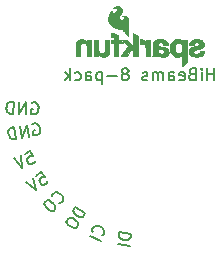
<source format=gbr>
G04 #@! TF.GenerationSoftware,KiCad,Pcbnew,no-vcs-found-5013ea2~58~ubuntu16.04.1*
G04 #@! TF.CreationDate,2017-05-17T13:22:10-06:00*
G04 #@! TF.ProjectId,HiBeam_8-pack_v02,48694265616D5F382D7061636B5F7630,rev?*
G04 #@! TF.FileFunction,Legend,Bot*
G04 #@! TF.FilePolarity,Positive*
%FSLAX46Y46*%
G04 Gerber Fmt 4.6, Leading zero omitted, Abs format (unit mm)*
G04 Created by KiCad (PCBNEW no-vcs-found-5013ea2~58~ubuntu16.04.1) date Wed May 17 13:22:10 2017*
%MOMM*%
%LPD*%
G01*
G04 APERTURE LIST*
%ADD10C,0.100000*%
%ADD11C,0.203200*%
%ADD12C,0.010000*%
G04 APERTURE END LIST*
D10*
D11*
X136953208Y-101265637D02*
X137401788Y-101084399D01*
X137627884Y-101514855D01*
X137564902Y-101488121D01*
X137457063Y-101479510D01*
X137232772Y-101570130D01*
X137161180Y-101651235D01*
X137134446Y-101714217D01*
X137125836Y-101822057D01*
X137216455Y-102046347D01*
X137297560Y-102117939D01*
X137360542Y-102144674D01*
X137468382Y-102153284D01*
X137692672Y-102062665D01*
X137764265Y-101981559D01*
X137790999Y-101918577D01*
X136639201Y-101392504D02*
X136705795Y-102461389D01*
X136011189Y-101646237D01*
X137519552Y-96979124D02*
X137617944Y-96934150D01*
X137762998Y-96939215D01*
X137906364Y-96992632D01*
X137999690Y-97092712D01*
X138044665Y-97191104D01*
X138086262Y-97386198D01*
X138081197Y-97531252D01*
X138026091Y-97722970D01*
X137974363Y-97817984D01*
X137874283Y-97911310D01*
X137727540Y-97954596D01*
X137630837Y-97951220D01*
X137487471Y-97897803D01*
X137440808Y-97847763D01*
X137452627Y-97509302D01*
X137646033Y-97516056D01*
X137002268Y-97929269D02*
X137037726Y-96913888D01*
X136422050Y-97909008D01*
X136457508Y-96893627D01*
X135938535Y-97892123D02*
X135973993Y-96876742D01*
X135732236Y-96868300D01*
X135585493Y-96911586D01*
X135485413Y-97004912D01*
X135433685Y-97099926D01*
X135378579Y-97291644D01*
X135373514Y-97436698D01*
X135415111Y-97631792D01*
X135460086Y-97730184D01*
X135553412Y-97830264D01*
X135696778Y-97883681D01*
X135938535Y-97892123D01*
X152974523Y-95074619D02*
X152974523Y-94058619D01*
X152974523Y-94542428D02*
X152393952Y-94542428D01*
X152393952Y-95074619D02*
X152393952Y-94058619D01*
X151910142Y-95074619D02*
X151910142Y-94397285D01*
X151910142Y-94058619D02*
X151958523Y-94107000D01*
X151910142Y-94155380D01*
X151861761Y-94107000D01*
X151910142Y-94058619D01*
X151910142Y-94155380D01*
X151087666Y-94542428D02*
X150942523Y-94590809D01*
X150894142Y-94639190D01*
X150845761Y-94735952D01*
X150845761Y-94881095D01*
X150894142Y-94977857D01*
X150942523Y-95026238D01*
X151039285Y-95074619D01*
X151426333Y-95074619D01*
X151426333Y-94058619D01*
X151087666Y-94058619D01*
X150990904Y-94107000D01*
X150942523Y-94155380D01*
X150894142Y-94252142D01*
X150894142Y-94348904D01*
X150942523Y-94445666D01*
X150990904Y-94494047D01*
X151087666Y-94542428D01*
X151426333Y-94542428D01*
X150023285Y-95026238D02*
X150120047Y-95074619D01*
X150313571Y-95074619D01*
X150410333Y-95026238D01*
X150458714Y-94929476D01*
X150458714Y-94542428D01*
X150410333Y-94445666D01*
X150313571Y-94397285D01*
X150120047Y-94397285D01*
X150023285Y-94445666D01*
X149974904Y-94542428D01*
X149974904Y-94639190D01*
X150458714Y-94735952D01*
X149104047Y-95074619D02*
X149104047Y-94542428D01*
X149152428Y-94445666D01*
X149249190Y-94397285D01*
X149442714Y-94397285D01*
X149539476Y-94445666D01*
X149104047Y-95026238D02*
X149200809Y-95074619D01*
X149442714Y-95074619D01*
X149539476Y-95026238D01*
X149587857Y-94929476D01*
X149587857Y-94832714D01*
X149539476Y-94735952D01*
X149442714Y-94687571D01*
X149200809Y-94687571D01*
X149104047Y-94639190D01*
X148620238Y-95074619D02*
X148620238Y-94397285D01*
X148620238Y-94494047D02*
X148571857Y-94445666D01*
X148475095Y-94397285D01*
X148329952Y-94397285D01*
X148233190Y-94445666D01*
X148184809Y-94542428D01*
X148184809Y-95074619D01*
X148184809Y-94542428D02*
X148136428Y-94445666D01*
X148039666Y-94397285D01*
X147894523Y-94397285D01*
X147797761Y-94445666D01*
X147749380Y-94542428D01*
X147749380Y-95074619D01*
X147313952Y-95026238D02*
X147217190Y-95074619D01*
X147023666Y-95074619D01*
X146926904Y-95026238D01*
X146878523Y-94929476D01*
X146878523Y-94881095D01*
X146926904Y-94784333D01*
X147023666Y-94735952D01*
X147168809Y-94735952D01*
X147265571Y-94687571D01*
X147313952Y-94590809D01*
X147313952Y-94542428D01*
X147265571Y-94445666D01*
X147168809Y-94397285D01*
X147023666Y-94397285D01*
X146926904Y-94445666D01*
X145523857Y-94494047D02*
X145620619Y-94445666D01*
X145669000Y-94397285D01*
X145717380Y-94300523D01*
X145717380Y-94252142D01*
X145669000Y-94155380D01*
X145620619Y-94107000D01*
X145523857Y-94058619D01*
X145330333Y-94058619D01*
X145233571Y-94107000D01*
X145185190Y-94155380D01*
X145136809Y-94252142D01*
X145136809Y-94300523D01*
X145185190Y-94397285D01*
X145233571Y-94445666D01*
X145330333Y-94494047D01*
X145523857Y-94494047D01*
X145620619Y-94542428D01*
X145669000Y-94590809D01*
X145717380Y-94687571D01*
X145717380Y-94881095D01*
X145669000Y-94977857D01*
X145620619Y-95026238D01*
X145523857Y-95074619D01*
X145330333Y-95074619D01*
X145233571Y-95026238D01*
X145185190Y-94977857D01*
X145136809Y-94881095D01*
X145136809Y-94687571D01*
X145185190Y-94590809D01*
X145233571Y-94542428D01*
X145330333Y-94494047D01*
X144701380Y-94687571D02*
X143927285Y-94687571D01*
X143443476Y-94397285D02*
X143443476Y-95413285D01*
X143443476Y-94445666D02*
X143346714Y-94397285D01*
X143153190Y-94397285D01*
X143056428Y-94445666D01*
X143008047Y-94494047D01*
X142959666Y-94590809D01*
X142959666Y-94881095D01*
X143008047Y-94977857D01*
X143056428Y-95026238D01*
X143153190Y-95074619D01*
X143346714Y-95074619D01*
X143443476Y-95026238D01*
X142088809Y-95074619D02*
X142088809Y-94542428D01*
X142137190Y-94445666D01*
X142233952Y-94397285D01*
X142427476Y-94397285D01*
X142524238Y-94445666D01*
X142088809Y-95026238D02*
X142185571Y-95074619D01*
X142427476Y-95074619D01*
X142524238Y-95026238D01*
X142572619Y-94929476D01*
X142572619Y-94832714D01*
X142524238Y-94735952D01*
X142427476Y-94687571D01*
X142185571Y-94687571D01*
X142088809Y-94639190D01*
X141169571Y-95026238D02*
X141266333Y-95074619D01*
X141459857Y-95074619D01*
X141556619Y-95026238D01*
X141605000Y-94977857D01*
X141653380Y-94881095D01*
X141653380Y-94590809D01*
X141605000Y-94494047D01*
X141556619Y-94445666D01*
X141459857Y-94397285D01*
X141266333Y-94397285D01*
X141169571Y-94445666D01*
X140734142Y-95074619D02*
X140734142Y-94058619D01*
X140637380Y-94687571D02*
X140347095Y-95074619D01*
X140347095Y-94397285D02*
X140734142Y-94784333D01*
X145940846Y-108069710D02*
X144934733Y-107928310D01*
X144901067Y-108167861D01*
X144928777Y-108318324D01*
X145011130Y-108427611D01*
X145100217Y-108488988D01*
X145285124Y-108563831D01*
X145428855Y-108584031D01*
X145627228Y-108563055D01*
X145729782Y-108528611D01*
X145839069Y-108446258D01*
X145907179Y-108309260D01*
X145940846Y-108069710D01*
X145799446Y-109075822D02*
X144793333Y-108934422D01*
X143445153Y-108193099D02*
X143507163Y-108164183D01*
X143602268Y-108044340D01*
X143635363Y-107953414D01*
X143639541Y-107800477D01*
X143581709Y-107676456D01*
X143507330Y-107597898D01*
X143342025Y-107486246D01*
X143205635Y-107436604D01*
X143007235Y-107415878D01*
X142899761Y-107428247D01*
X142775740Y-107486079D01*
X142680635Y-107605921D01*
X142647541Y-107696848D01*
X142643362Y-107849785D01*
X142672278Y-107911795D01*
X143387154Y-108635362D02*
X142432426Y-108287870D01*
X142062206Y-106297376D02*
X141200589Y-105758978D01*
X141072399Y-105964125D01*
X141036514Y-106112851D01*
X141067297Y-106246186D01*
X141123718Y-106338491D01*
X141262197Y-106482072D01*
X141385285Y-106558986D01*
X141575041Y-106620509D01*
X141682737Y-106630756D01*
X141816072Y-106599973D01*
X141934016Y-106502523D01*
X142062206Y-106297376D01*
X140559639Y-106784712D02*
X140457087Y-106948830D01*
X140446840Y-107056526D01*
X140477623Y-107189861D01*
X140616102Y-107333443D01*
X140903308Y-107512909D01*
X141093063Y-107574431D01*
X141226398Y-107543648D01*
X141318704Y-107487228D01*
X141421256Y-107323110D01*
X141431502Y-107215413D01*
X141400719Y-107082079D01*
X141262240Y-106938497D01*
X140975034Y-106759031D01*
X140785279Y-106697509D01*
X140651944Y-106728291D01*
X140559639Y-106784712D01*
X139858254Y-105454651D02*
X139926665Y-105453457D01*
X140062292Y-105382658D01*
X140129508Y-105313053D01*
X140195531Y-105175038D01*
X140193142Y-105038217D01*
X140157146Y-104936198D01*
X140051545Y-104766963D01*
X139947138Y-104666138D01*
X139774320Y-104566507D01*
X139671107Y-104534093D01*
X139534286Y-104536481D01*
X139398659Y-104607280D01*
X139331443Y-104676885D01*
X139265420Y-104814900D01*
X139266614Y-104883311D01*
X138760103Y-105268525D02*
X138625670Y-105407734D01*
X138593255Y-105510947D01*
X138595644Y-105647768D01*
X138701245Y-105817003D01*
X138944861Y-106052261D01*
X139117679Y-106151892D01*
X139254500Y-106149503D01*
X139356519Y-106113507D01*
X139490952Y-105974298D01*
X139523366Y-105871085D01*
X139520978Y-105734264D01*
X139415377Y-105565028D01*
X139171760Y-105329771D01*
X138998943Y-105230140D01*
X138862121Y-105232528D01*
X138760103Y-105268525D01*
X137898314Y-103138722D02*
X138299410Y-102868179D01*
X138610062Y-103242221D01*
X138542899Y-103229165D01*
X138435625Y-103243164D01*
X138235077Y-103378436D01*
X138181912Y-103472654D01*
X138168857Y-103539818D01*
X138182856Y-103647091D01*
X138318127Y-103847640D01*
X138412345Y-103900805D01*
X138479509Y-103913860D01*
X138586783Y-103899861D01*
X138787331Y-103764590D01*
X138840496Y-103670371D01*
X138853551Y-103603207D01*
X137617546Y-103328102D02*
X137904919Y-104359784D01*
X137056012Y-103706862D01*
X137554721Y-98806297D02*
X137641612Y-98741848D01*
X137784550Y-98716645D01*
X137935889Y-98739087D01*
X138047983Y-98817576D01*
X138112432Y-98904467D01*
X138193683Y-99086649D01*
X138218886Y-99229587D01*
X138204845Y-99428572D01*
X138174002Y-99532265D01*
X138095513Y-99644360D01*
X137960976Y-99717209D01*
X137865684Y-99734012D01*
X137714345Y-99711570D01*
X137658298Y-99672325D01*
X137599489Y-99338804D01*
X137790073Y-99305198D01*
X137246287Y-99843228D02*
X137069861Y-98842664D01*
X136674536Y-99944043D01*
X136498109Y-98943479D01*
X136198077Y-100028056D02*
X136021650Y-99027491D01*
X135783420Y-99069498D01*
X135648884Y-99142348D01*
X135570394Y-99254442D01*
X135539551Y-99358135D01*
X135525510Y-99557120D01*
X135550714Y-99700058D01*
X135631965Y-99882240D01*
X135696413Y-99969131D01*
X135808508Y-100047620D01*
X135959847Y-100070062D01*
X136198077Y-100028056D01*
D12*
G36*
X144302480Y-89202260D02*
X144302480Y-89281000D01*
X144312640Y-89311480D01*
X144322800Y-89341960D01*
X144353280Y-89362280D01*
X144383760Y-89372440D01*
X144454880Y-89372440D01*
X144492980Y-89352120D01*
X144533620Y-89331800D01*
X144564100Y-89311480D01*
X144604740Y-89281000D01*
X144632680Y-89260680D01*
X144663160Y-89230200D01*
X144683480Y-89192100D01*
X144703800Y-89161620D01*
X144713960Y-89120980D01*
X144724120Y-89090500D01*
X144713960Y-89060020D01*
X144703800Y-89042240D01*
X144693640Y-89011760D01*
X144673320Y-88981280D01*
X144632680Y-88950800D01*
X144594580Y-88930480D01*
X144543780Y-88920320D01*
X144503140Y-88910160D01*
X144472660Y-88910160D01*
X144444720Y-88920320D01*
X144414240Y-88920320D01*
X144424400Y-88910160D01*
X144462500Y-88882220D01*
X144523460Y-88851740D01*
X144604740Y-88821260D01*
X144693640Y-88790780D01*
X144792700Y-88790780D01*
X144904460Y-88811100D01*
X145013680Y-88872060D01*
X145102580Y-88950800D01*
X145153380Y-89021920D01*
X145183860Y-89110820D01*
X145183860Y-89192100D01*
X145163540Y-89281000D01*
X145112740Y-89372440D01*
X145044160Y-89451180D01*
X144962880Y-89540080D01*
X144894300Y-89621360D01*
X144863820Y-89692480D01*
X144863820Y-89761060D01*
X144884140Y-89822020D01*
X144924780Y-89870280D01*
X144983200Y-89910920D01*
X145064480Y-89931240D01*
X145143220Y-89931240D01*
X145194020Y-89921080D01*
X145244820Y-89900760D01*
X145272760Y-89880440D01*
X145303240Y-89852500D01*
X145323560Y-89811860D01*
X145333720Y-89781380D01*
X145333720Y-89750900D01*
X145323560Y-89720420D01*
X145303240Y-89692480D01*
X145282920Y-89672160D01*
X145262600Y-89651840D01*
X145234660Y-89641680D01*
X145214340Y-89631520D01*
X145194020Y-89621360D01*
X145183860Y-89611200D01*
X145204180Y-89601040D01*
X145224500Y-89601040D01*
X145262600Y-89590880D01*
X145343880Y-89590880D01*
X145404840Y-89601040D01*
X145453100Y-89621360D01*
X145503900Y-89641680D01*
X145544540Y-89672160D01*
X145592800Y-89700100D01*
X145623280Y-89750900D01*
X145653760Y-89811860D01*
X145674080Y-89870280D01*
X145684240Y-89961720D01*
X145694400Y-90050620D01*
X145694400Y-91330780D01*
X145684240Y-91330780D01*
X145663920Y-91300300D01*
X145633440Y-91272360D01*
X145602960Y-91231720D01*
X145554700Y-91180920D01*
X145503900Y-91122500D01*
X145442940Y-91061540D01*
X145394680Y-90990420D01*
X145323560Y-90921840D01*
X145262600Y-90860880D01*
X145214340Y-90802460D01*
X145163540Y-90761820D01*
X145112740Y-90721180D01*
X145064480Y-90690700D01*
X145003520Y-90680540D01*
X144813020Y-90680540D01*
X144693640Y-90660220D01*
X144584420Y-90632280D01*
X144482820Y-90591640D01*
X144383760Y-90530680D01*
X144302480Y-90462100D01*
X144223740Y-90380820D01*
X144152620Y-90291920D01*
X144053560Y-90111580D01*
X144002760Y-89931240D01*
X143992600Y-89750900D01*
X144023080Y-89590880D01*
X144073880Y-89451180D01*
X144142460Y-89331800D01*
X144223740Y-89240360D01*
X144302480Y-89202260D01*
G37*
X144302480Y-89202260D02*
X144302480Y-89281000D01*
X144312640Y-89311480D01*
X144322800Y-89341960D01*
X144353280Y-89362280D01*
X144383760Y-89372440D01*
X144454880Y-89372440D01*
X144492980Y-89352120D01*
X144533620Y-89331800D01*
X144564100Y-89311480D01*
X144604740Y-89281000D01*
X144632680Y-89260680D01*
X144663160Y-89230200D01*
X144683480Y-89192100D01*
X144703800Y-89161620D01*
X144713960Y-89120980D01*
X144724120Y-89090500D01*
X144713960Y-89060020D01*
X144703800Y-89042240D01*
X144693640Y-89011760D01*
X144673320Y-88981280D01*
X144632680Y-88950800D01*
X144594580Y-88930480D01*
X144543780Y-88920320D01*
X144503140Y-88910160D01*
X144472660Y-88910160D01*
X144444720Y-88920320D01*
X144414240Y-88920320D01*
X144424400Y-88910160D01*
X144462500Y-88882220D01*
X144523460Y-88851740D01*
X144604740Y-88821260D01*
X144693640Y-88790780D01*
X144792700Y-88790780D01*
X144904460Y-88811100D01*
X145013680Y-88872060D01*
X145102580Y-88950800D01*
X145153380Y-89021920D01*
X145183860Y-89110820D01*
X145183860Y-89192100D01*
X145163540Y-89281000D01*
X145112740Y-89372440D01*
X145044160Y-89451180D01*
X144962880Y-89540080D01*
X144894300Y-89621360D01*
X144863820Y-89692480D01*
X144863820Y-89761060D01*
X144884140Y-89822020D01*
X144924780Y-89870280D01*
X144983200Y-89910920D01*
X145064480Y-89931240D01*
X145143220Y-89931240D01*
X145194020Y-89921080D01*
X145244820Y-89900760D01*
X145272760Y-89880440D01*
X145303240Y-89852500D01*
X145323560Y-89811860D01*
X145333720Y-89781380D01*
X145333720Y-89750900D01*
X145323560Y-89720420D01*
X145303240Y-89692480D01*
X145282920Y-89672160D01*
X145262600Y-89651840D01*
X145234660Y-89641680D01*
X145214340Y-89631520D01*
X145194020Y-89621360D01*
X145183860Y-89611200D01*
X145204180Y-89601040D01*
X145224500Y-89601040D01*
X145262600Y-89590880D01*
X145343880Y-89590880D01*
X145404840Y-89601040D01*
X145453100Y-89621360D01*
X145503900Y-89641680D01*
X145544540Y-89672160D01*
X145592800Y-89700100D01*
X145623280Y-89750900D01*
X145653760Y-89811860D01*
X145674080Y-89870280D01*
X145684240Y-89961720D01*
X145694400Y-90050620D01*
X145694400Y-91330780D01*
X145684240Y-91330780D01*
X145663920Y-91300300D01*
X145633440Y-91272360D01*
X145602960Y-91231720D01*
X145554700Y-91180920D01*
X145503900Y-91122500D01*
X145442940Y-91061540D01*
X145394680Y-90990420D01*
X145323560Y-90921840D01*
X145262600Y-90860880D01*
X145214340Y-90802460D01*
X145163540Y-90761820D01*
X145112740Y-90721180D01*
X145064480Y-90690700D01*
X145003520Y-90680540D01*
X144813020Y-90680540D01*
X144693640Y-90660220D01*
X144584420Y-90632280D01*
X144482820Y-90591640D01*
X144383760Y-90530680D01*
X144302480Y-90462100D01*
X144223740Y-90380820D01*
X144152620Y-90291920D01*
X144053560Y-90111580D01*
X144002760Y-89931240D01*
X143992600Y-89750900D01*
X144023080Y-89590880D01*
X144073880Y-89451180D01*
X144142460Y-89331800D01*
X144223740Y-89240360D01*
X144302480Y-89202260D01*
G36*
X142552420Y-91620340D02*
X142184120Y-91620340D01*
X142184120Y-91821000D01*
X142173960Y-91821000D01*
X142133320Y-91760040D01*
X142092680Y-91721940D01*
X142044420Y-91681300D01*
X141983460Y-91640660D01*
X141922500Y-91620340D01*
X141864080Y-91600020D01*
X141803120Y-91592400D01*
X141744700Y-91592400D01*
X141602460Y-91600020D01*
X141493240Y-91630500D01*
X141404340Y-91681300D01*
X141333220Y-91752420D01*
X141282420Y-91831160D01*
X141254480Y-91930220D01*
X141234160Y-92041980D01*
X141224000Y-92171520D01*
X141224000Y-93040200D01*
X141612620Y-93040200D01*
X141612620Y-92240100D01*
X141622780Y-92161360D01*
X141632940Y-92090240D01*
X141643100Y-92031820D01*
X141673580Y-91981020D01*
X141704060Y-91940380D01*
X141754860Y-91912440D01*
X141803120Y-91902280D01*
X141864080Y-91892120D01*
X141942820Y-91902280D01*
X142003780Y-91912440D01*
X142054580Y-91940380D01*
X142092680Y-91991180D01*
X142123160Y-92041980D01*
X142153640Y-92110560D01*
X142163800Y-92202000D01*
X142163800Y-93040200D01*
X142552420Y-93040200D01*
X142552420Y-91800680D01*
X142552420Y-91620340D01*
G37*
X142552420Y-91620340D02*
X142184120Y-91620340D01*
X142184120Y-91821000D01*
X142173960Y-91821000D01*
X142133320Y-91760040D01*
X142092680Y-91721940D01*
X142044420Y-91681300D01*
X141983460Y-91640660D01*
X141922500Y-91620340D01*
X141864080Y-91600020D01*
X141803120Y-91592400D01*
X141744700Y-91592400D01*
X141602460Y-91600020D01*
X141493240Y-91630500D01*
X141404340Y-91681300D01*
X141333220Y-91752420D01*
X141282420Y-91831160D01*
X141254480Y-91930220D01*
X141234160Y-92041980D01*
X141224000Y-92171520D01*
X141224000Y-93040200D01*
X141612620Y-93040200D01*
X141612620Y-92240100D01*
X141622780Y-92161360D01*
X141632940Y-92090240D01*
X141643100Y-92031820D01*
X141673580Y-91981020D01*
X141704060Y-91940380D01*
X141754860Y-91912440D01*
X141803120Y-91902280D01*
X141864080Y-91892120D01*
X141942820Y-91902280D01*
X142003780Y-91912440D01*
X142054580Y-91940380D01*
X142092680Y-91991180D01*
X142123160Y-92041980D01*
X142153640Y-92110560D01*
X142163800Y-92202000D01*
X142163800Y-93040200D01*
X142552420Y-93040200D01*
X142552420Y-91800680D01*
X142552420Y-91620340D01*
G36*
X142763240Y-93040200D02*
X143134080Y-93040200D01*
X143134080Y-92842080D01*
X143144240Y-92842080D01*
X143184880Y-92900500D01*
X143222980Y-92951300D01*
X143273780Y-92991940D01*
X143334740Y-93022420D01*
X143383000Y-93040200D01*
X143443960Y-93060520D01*
X143512540Y-93070680D01*
X143573500Y-93080840D01*
X143713200Y-93070680D01*
X143822420Y-93030040D01*
X143913860Y-92981780D01*
X143982440Y-92920820D01*
X144033240Y-92831920D01*
X144063720Y-92730320D01*
X144084040Y-92621100D01*
X144084040Y-91620340D01*
X143703040Y-91620340D01*
X143703040Y-92420440D01*
X143692880Y-92501720D01*
X143682720Y-92580460D01*
X143672560Y-92641420D01*
X143644620Y-92682060D01*
X143614140Y-92720160D01*
X143563340Y-92750640D01*
X143512540Y-92760800D01*
X143454120Y-92770960D01*
X143372840Y-92760800D01*
X143314420Y-92750640D01*
X143263620Y-92720160D01*
X143222980Y-92682060D01*
X143192500Y-92621100D01*
X143164560Y-92552520D01*
X143154400Y-92471240D01*
X143154400Y-91620340D01*
X142763240Y-91620340D01*
X142763240Y-92862400D01*
X142763240Y-93040200D01*
G37*
X142763240Y-93040200D02*
X143134080Y-93040200D01*
X143134080Y-92842080D01*
X143144240Y-92842080D01*
X143184880Y-92900500D01*
X143222980Y-92951300D01*
X143273780Y-92991940D01*
X143334740Y-93022420D01*
X143383000Y-93040200D01*
X143443960Y-93060520D01*
X143512540Y-93070680D01*
X143573500Y-93080840D01*
X143713200Y-93070680D01*
X143822420Y-93030040D01*
X143913860Y-92981780D01*
X143982440Y-92920820D01*
X144033240Y-92831920D01*
X144063720Y-92730320D01*
X144084040Y-92621100D01*
X144084040Y-91620340D01*
X143703040Y-91620340D01*
X143703040Y-92420440D01*
X143692880Y-92501720D01*
X143682720Y-92580460D01*
X143672560Y-92641420D01*
X143644620Y-92682060D01*
X143614140Y-92720160D01*
X143563340Y-92750640D01*
X143512540Y-92760800D01*
X143454120Y-92770960D01*
X143372840Y-92760800D01*
X143314420Y-92750640D01*
X143263620Y-92720160D01*
X143222980Y-92682060D01*
X143192500Y-92621100D01*
X143164560Y-92552520D01*
X143154400Y-92471240D01*
X143154400Y-91620340D01*
X142763240Y-91620340D01*
X142763240Y-92862400D01*
X142763240Y-93040200D01*
G36*
X144853660Y-91881960D02*
X145244820Y-91881960D01*
X145204180Y-91851480D01*
X145173700Y-91821000D01*
X145143220Y-91790520D01*
X145102580Y-91752420D01*
X145074640Y-91721940D01*
X145044160Y-91691460D01*
X145003520Y-91660980D01*
X144973040Y-91620340D01*
X144853660Y-91620340D01*
X144853660Y-91422220D01*
X144823180Y-91340940D01*
X144792700Y-91272360D01*
X144744440Y-91211400D01*
X144673320Y-91160600D01*
X144594580Y-91122500D01*
X144492980Y-91092020D01*
X144203420Y-91092020D01*
X144183100Y-91102180D01*
X144183100Y-91381580D01*
X144353280Y-91381580D01*
X144393920Y-91391740D01*
X144414240Y-91401900D01*
X144434560Y-91412060D01*
X144454880Y-91440000D01*
X144462500Y-91460320D01*
X144462500Y-91500960D01*
X144472660Y-91541600D01*
X144472660Y-91620340D01*
X144203420Y-91620340D01*
X144203420Y-91881960D01*
X144472660Y-91881960D01*
X144472660Y-93040200D01*
X144853660Y-93040200D01*
X144853660Y-92031820D01*
X144853660Y-91881960D01*
G37*
X144853660Y-91881960D02*
X145244820Y-91881960D01*
X145204180Y-91851480D01*
X145173700Y-91821000D01*
X145143220Y-91790520D01*
X145102580Y-91752420D01*
X145074640Y-91721940D01*
X145044160Y-91691460D01*
X145003520Y-91660980D01*
X144973040Y-91620340D01*
X144853660Y-91620340D01*
X144853660Y-91422220D01*
X144823180Y-91340940D01*
X144792700Y-91272360D01*
X144744440Y-91211400D01*
X144673320Y-91160600D01*
X144594580Y-91122500D01*
X144492980Y-91092020D01*
X144203420Y-91092020D01*
X144183100Y-91102180D01*
X144183100Y-91381580D01*
X144353280Y-91381580D01*
X144393920Y-91391740D01*
X144414240Y-91401900D01*
X144434560Y-91412060D01*
X144454880Y-91440000D01*
X144462500Y-91460320D01*
X144462500Y-91500960D01*
X144472660Y-91541600D01*
X144472660Y-91620340D01*
X144203420Y-91620340D01*
X144203420Y-91881960D01*
X144472660Y-91881960D01*
X144472660Y-93040200D01*
X144853660Y-93040200D01*
X144853660Y-92031820D01*
X144853660Y-91881960D01*
G36*
X146494500Y-91300300D02*
X146103340Y-91092020D01*
X146103340Y-92130880D01*
X145613120Y-91620340D01*
X145153380Y-91620340D01*
X145684240Y-92141040D01*
X145092420Y-93040200D01*
X145564860Y-93040200D01*
X145953480Y-92410280D01*
X146103340Y-92552520D01*
X146103340Y-93040200D01*
X146494500Y-93040200D01*
X146494500Y-91300300D01*
G37*
X146494500Y-91300300D02*
X146103340Y-91092020D01*
X146103340Y-92130880D01*
X145613120Y-91620340D01*
X145153380Y-91620340D01*
X145684240Y-92141040D01*
X145092420Y-93040200D01*
X145564860Y-93040200D01*
X145953480Y-92410280D01*
X146103340Y-92552520D01*
X146103340Y-93040200D01*
X146494500Y-93040200D01*
X146494500Y-91300300D01*
G36*
X147553680Y-91691460D02*
X147502880Y-91681300D01*
X147464780Y-91671140D01*
X147413980Y-91671140D01*
X147363180Y-91660980D01*
X147322540Y-91650820D01*
X147274280Y-91640660D01*
X147223480Y-91630500D01*
X147182840Y-91620340D01*
X147182840Y-91892120D01*
X147144740Y-91821000D01*
X147104100Y-91770200D01*
X147053300Y-91711780D01*
X147002500Y-91671140D01*
X146933920Y-91630500D01*
X146872960Y-91610180D01*
X146804380Y-91592400D01*
X146664680Y-91592400D01*
X146654520Y-91600020D01*
X146644360Y-91600020D01*
X146644360Y-91960700D01*
X146654520Y-91960700D01*
X146674840Y-91950540D01*
X146784060Y-91950540D01*
X146883120Y-91960700D01*
X146964400Y-91981020D01*
X147032980Y-92021660D01*
X147083780Y-92080080D01*
X147124420Y-92151200D01*
X147144740Y-92222320D01*
X147162520Y-92311220D01*
X147162520Y-93040200D01*
X147553680Y-93040200D01*
X147553680Y-91861640D01*
X147553680Y-91691460D01*
G37*
X147553680Y-91691460D02*
X147502880Y-91681300D01*
X147464780Y-91671140D01*
X147413980Y-91671140D01*
X147363180Y-91660980D01*
X147322540Y-91650820D01*
X147274280Y-91640660D01*
X147223480Y-91630500D01*
X147182840Y-91620340D01*
X147182840Y-91892120D01*
X147144740Y-91821000D01*
X147104100Y-91770200D01*
X147053300Y-91711780D01*
X147002500Y-91671140D01*
X146933920Y-91630500D01*
X146872960Y-91610180D01*
X146804380Y-91592400D01*
X146664680Y-91592400D01*
X146654520Y-91600020D01*
X146644360Y-91600020D01*
X146644360Y-91960700D01*
X146654520Y-91960700D01*
X146674840Y-91950540D01*
X146784060Y-91950540D01*
X146883120Y-91960700D01*
X146964400Y-91981020D01*
X147032980Y-92021660D01*
X147083780Y-92080080D01*
X147124420Y-92151200D01*
X147144740Y-92222320D01*
X147162520Y-92311220D01*
X147162520Y-93040200D01*
X147553680Y-93040200D01*
X147553680Y-91861640D01*
X147553680Y-91691460D01*
G36*
X148544280Y-92440760D02*
X148574760Y-92450920D01*
X148592540Y-92461080D01*
X148602700Y-92471240D01*
X148623020Y-92481400D01*
X148643340Y-92491560D01*
X148653500Y-92501720D01*
X148673820Y-92511880D01*
X148683980Y-92532200D01*
X148694140Y-92552520D01*
X148704300Y-92570300D01*
X148704300Y-92590620D01*
X148714460Y-92610940D01*
X148714460Y-92661740D01*
X148704300Y-92692220D01*
X148704300Y-92710000D01*
X148694140Y-92730320D01*
X148683980Y-92740480D01*
X148673820Y-92760800D01*
X148653500Y-92770960D01*
X148643340Y-92781120D01*
X148623020Y-92791280D01*
X148602700Y-92801440D01*
X148584920Y-92801440D01*
X148564600Y-92811600D01*
X148544280Y-92811600D01*
X148523960Y-92821760D01*
X148473160Y-92821760D01*
X148424900Y-92811600D01*
X148374100Y-92811600D01*
X148333460Y-92791280D01*
X148292820Y-92781120D01*
X148264880Y-92760800D01*
X148244560Y-92740480D01*
X148224240Y-92710000D01*
X148203920Y-92692220D01*
X148193760Y-92661740D01*
X148183600Y-92631260D01*
X148173440Y-92610940D01*
X148163280Y-92580460D01*
X148163280Y-92351860D01*
X148173440Y-92362020D01*
X148183600Y-92372180D01*
X148203920Y-92372180D01*
X148224240Y-92382340D01*
X148244560Y-92392500D01*
X148264880Y-92392500D01*
X148282660Y-92400120D01*
X148323300Y-92400120D01*
X148374100Y-92202000D01*
X148302980Y-92181680D01*
X148244560Y-92161360D01*
X148193760Y-92130880D01*
X148163280Y-92090240D01*
X148163280Y-91981020D01*
X148173440Y-91960700D01*
X148183600Y-91940380D01*
X148193760Y-91920060D01*
X148203920Y-91912440D01*
X148214080Y-91892120D01*
X148234400Y-91881960D01*
X148254720Y-91871800D01*
X148272500Y-91861640D01*
X148292820Y-91861640D01*
X148313140Y-91851480D01*
X148493480Y-91851480D01*
X148513800Y-91861640D01*
X148534120Y-91871800D01*
X148554440Y-91881960D01*
X148574760Y-91892120D01*
X148592540Y-91902280D01*
X148602700Y-91912440D01*
X148623020Y-91930220D01*
X148633180Y-91940380D01*
X148643340Y-91960700D01*
X148653500Y-91991180D01*
X148663660Y-92011500D01*
X148663660Y-92062300D01*
X149054820Y-92062300D01*
X149044660Y-92001340D01*
X149034500Y-91940380D01*
X149014180Y-91881960D01*
X148983700Y-91841320D01*
X148953220Y-91790520D01*
X148922740Y-91752420D01*
X148884640Y-91721940D01*
X148833840Y-91691460D01*
X148783040Y-91660980D01*
X148734780Y-91640660D01*
X148683980Y-91630500D01*
X148623020Y-91610180D01*
X148564600Y-91600020D01*
X148513800Y-91592400D01*
X148282660Y-91592400D01*
X148234400Y-91600020D01*
X148173440Y-91600020D01*
X148122640Y-91610180D01*
X148074380Y-91630500D01*
X148023580Y-91640660D01*
X147972780Y-91660980D01*
X147934680Y-91691460D01*
X147894040Y-91721940D01*
X147853400Y-91752420D01*
X147822920Y-91790520D01*
X147802600Y-91831160D01*
X147784820Y-91881960D01*
X147774660Y-91930220D01*
X147774660Y-92801440D01*
X147764500Y-92821760D01*
X147764500Y-92910660D01*
X147754340Y-92930980D01*
X147754340Y-92951300D01*
X147744180Y-92971620D01*
X147744180Y-93002100D01*
X147734020Y-93022420D01*
X147723860Y-93030040D01*
X147723860Y-93040200D01*
X148112480Y-93040200D01*
X148112480Y-93030040D01*
X148122640Y-93022420D01*
X148122640Y-93012260D01*
X148132800Y-93002100D01*
X148132800Y-92971620D01*
X148142960Y-92961460D01*
X148142960Y-92900500D01*
X148163280Y-92930980D01*
X148193760Y-92951300D01*
X148214080Y-92971620D01*
X148244560Y-92991940D01*
X148272500Y-93002100D01*
X148302980Y-93022420D01*
X148333460Y-93030040D01*
X148363940Y-93040200D01*
X148394420Y-93050360D01*
X148424900Y-93060520D01*
X148452840Y-93060520D01*
X148483320Y-93070680D01*
X148523960Y-93070680D01*
X148554440Y-93080840D01*
X148663660Y-93080840D01*
X148714460Y-93070680D01*
X148762720Y-93070680D01*
X148803360Y-93060520D01*
X148854160Y-93040200D01*
X148894800Y-93022420D01*
X148922740Y-93002100D01*
X148963380Y-92981780D01*
X148993860Y-92951300D01*
X149014180Y-92920820D01*
X149044660Y-92880180D01*
X149062440Y-92852240D01*
X149072600Y-92801440D01*
X149092920Y-92760800D01*
X149092920Y-92710000D01*
X149103080Y-92661740D01*
X149082760Y-92552520D01*
X149054820Y-92461080D01*
X149014180Y-92392500D01*
X148943060Y-92331540D01*
X148874480Y-92290900D01*
X148793200Y-92260420D01*
X148714460Y-92240100D01*
X148623020Y-92232480D01*
X148544280Y-92440760D01*
G37*
X148544280Y-92440760D02*
X148574760Y-92450920D01*
X148592540Y-92461080D01*
X148602700Y-92471240D01*
X148623020Y-92481400D01*
X148643340Y-92491560D01*
X148653500Y-92501720D01*
X148673820Y-92511880D01*
X148683980Y-92532200D01*
X148694140Y-92552520D01*
X148704300Y-92570300D01*
X148704300Y-92590620D01*
X148714460Y-92610940D01*
X148714460Y-92661740D01*
X148704300Y-92692220D01*
X148704300Y-92710000D01*
X148694140Y-92730320D01*
X148683980Y-92740480D01*
X148673820Y-92760800D01*
X148653500Y-92770960D01*
X148643340Y-92781120D01*
X148623020Y-92791280D01*
X148602700Y-92801440D01*
X148584920Y-92801440D01*
X148564600Y-92811600D01*
X148544280Y-92811600D01*
X148523960Y-92821760D01*
X148473160Y-92821760D01*
X148424900Y-92811600D01*
X148374100Y-92811600D01*
X148333460Y-92791280D01*
X148292820Y-92781120D01*
X148264880Y-92760800D01*
X148244560Y-92740480D01*
X148224240Y-92710000D01*
X148203920Y-92692220D01*
X148193760Y-92661740D01*
X148183600Y-92631260D01*
X148173440Y-92610940D01*
X148163280Y-92580460D01*
X148163280Y-92351860D01*
X148173440Y-92362020D01*
X148183600Y-92372180D01*
X148203920Y-92372180D01*
X148224240Y-92382340D01*
X148244560Y-92392500D01*
X148264880Y-92392500D01*
X148282660Y-92400120D01*
X148323300Y-92400120D01*
X148374100Y-92202000D01*
X148302980Y-92181680D01*
X148244560Y-92161360D01*
X148193760Y-92130880D01*
X148163280Y-92090240D01*
X148163280Y-91981020D01*
X148173440Y-91960700D01*
X148183600Y-91940380D01*
X148193760Y-91920060D01*
X148203920Y-91912440D01*
X148214080Y-91892120D01*
X148234400Y-91881960D01*
X148254720Y-91871800D01*
X148272500Y-91861640D01*
X148292820Y-91861640D01*
X148313140Y-91851480D01*
X148493480Y-91851480D01*
X148513800Y-91861640D01*
X148534120Y-91871800D01*
X148554440Y-91881960D01*
X148574760Y-91892120D01*
X148592540Y-91902280D01*
X148602700Y-91912440D01*
X148623020Y-91930220D01*
X148633180Y-91940380D01*
X148643340Y-91960700D01*
X148653500Y-91991180D01*
X148663660Y-92011500D01*
X148663660Y-92062300D01*
X149054820Y-92062300D01*
X149044660Y-92001340D01*
X149034500Y-91940380D01*
X149014180Y-91881960D01*
X148983700Y-91841320D01*
X148953220Y-91790520D01*
X148922740Y-91752420D01*
X148884640Y-91721940D01*
X148833840Y-91691460D01*
X148783040Y-91660980D01*
X148734780Y-91640660D01*
X148683980Y-91630500D01*
X148623020Y-91610180D01*
X148564600Y-91600020D01*
X148513800Y-91592400D01*
X148282660Y-91592400D01*
X148234400Y-91600020D01*
X148173440Y-91600020D01*
X148122640Y-91610180D01*
X148074380Y-91630500D01*
X148023580Y-91640660D01*
X147972780Y-91660980D01*
X147934680Y-91691460D01*
X147894040Y-91721940D01*
X147853400Y-91752420D01*
X147822920Y-91790520D01*
X147802600Y-91831160D01*
X147784820Y-91881960D01*
X147774660Y-91930220D01*
X147774660Y-92801440D01*
X147764500Y-92821760D01*
X147764500Y-92910660D01*
X147754340Y-92930980D01*
X147754340Y-92951300D01*
X147744180Y-92971620D01*
X147744180Y-93002100D01*
X147734020Y-93022420D01*
X147723860Y-93030040D01*
X147723860Y-93040200D01*
X148112480Y-93040200D01*
X148112480Y-93030040D01*
X148122640Y-93022420D01*
X148122640Y-93012260D01*
X148132800Y-93002100D01*
X148132800Y-92971620D01*
X148142960Y-92961460D01*
X148142960Y-92900500D01*
X148163280Y-92930980D01*
X148193760Y-92951300D01*
X148214080Y-92971620D01*
X148244560Y-92991940D01*
X148272500Y-93002100D01*
X148302980Y-93022420D01*
X148333460Y-93030040D01*
X148363940Y-93040200D01*
X148394420Y-93050360D01*
X148424900Y-93060520D01*
X148452840Y-93060520D01*
X148483320Y-93070680D01*
X148523960Y-93070680D01*
X148554440Y-93080840D01*
X148663660Y-93080840D01*
X148714460Y-93070680D01*
X148762720Y-93070680D01*
X148803360Y-93060520D01*
X148854160Y-93040200D01*
X148894800Y-93022420D01*
X148922740Y-93002100D01*
X148963380Y-92981780D01*
X148993860Y-92951300D01*
X149014180Y-92920820D01*
X149044660Y-92880180D01*
X149062440Y-92852240D01*
X149072600Y-92801440D01*
X149092920Y-92760800D01*
X149092920Y-92710000D01*
X149103080Y-92661740D01*
X149082760Y-92552520D01*
X149054820Y-92461080D01*
X149014180Y-92392500D01*
X148943060Y-92331540D01*
X148874480Y-92290900D01*
X148793200Y-92260420D01*
X148714460Y-92240100D01*
X148623020Y-92232480D01*
X148544280Y-92440760D01*
G36*
X148623020Y-92232480D02*
X148534120Y-92222320D01*
X148442680Y-92212160D01*
X148374100Y-92202000D01*
X148323300Y-92400120D01*
X148343620Y-92410280D01*
X148363940Y-92410280D01*
X148394420Y-92420440D01*
X148432520Y-92420440D01*
X148463000Y-92430600D01*
X148503640Y-92430600D01*
X148523960Y-92440760D01*
X148544280Y-92440760D01*
X148623020Y-92232480D01*
G37*
X148623020Y-92232480D02*
X148534120Y-92222320D01*
X148442680Y-92212160D01*
X148374100Y-92202000D01*
X148323300Y-92400120D01*
X148343620Y-92410280D01*
X148363940Y-92410280D01*
X148394420Y-92420440D01*
X148432520Y-92420440D01*
X148463000Y-92430600D01*
X148503640Y-92430600D01*
X148523960Y-92440760D01*
X148544280Y-92440760D01*
X148623020Y-92232480D01*
G36*
X149303740Y-92740480D02*
X149364700Y-92852240D01*
X149453600Y-92941140D01*
X149562820Y-93022420D01*
X149684740Y-93060520D01*
X149834600Y-93080840D01*
X149893020Y-93070680D01*
X149953980Y-93060520D01*
X150012400Y-93050360D01*
X150073360Y-93022420D01*
X150124160Y-92991940D01*
X150172420Y-92961460D01*
X150213060Y-92910660D01*
X150253700Y-92862400D01*
X150263860Y-92862400D01*
X150263860Y-93880940D01*
X150304500Y-93840300D01*
X150352760Y-93792040D01*
X150403560Y-93751400D01*
X150454360Y-93710760D01*
X150502620Y-93670120D01*
X150553420Y-93621860D01*
X150594060Y-93581220D01*
X150644860Y-93540580D01*
X150644860Y-91691460D01*
X150604220Y-91681300D01*
X150553420Y-91671140D01*
X150502620Y-91671140D01*
X150464520Y-91660980D01*
X150413720Y-91650820D01*
X150373080Y-91640660D01*
X150324820Y-91630500D01*
X150274020Y-91620340D01*
X150274020Y-91800680D01*
X150233380Y-91752420D01*
X150192740Y-91711780D01*
X150144480Y-91671140D01*
X150093680Y-91640660D01*
X150042880Y-91610180D01*
X149984460Y-91600020D01*
X149923500Y-91592400D01*
X149854920Y-91592400D01*
X149702520Y-91600020D01*
X149562820Y-91650820D01*
X149453600Y-91721940D01*
X149364700Y-91821000D01*
X149293580Y-91930220D01*
X149252940Y-92062300D01*
X149222460Y-92202000D01*
X149214840Y-92351860D01*
X149603460Y-92341700D01*
X149603460Y-92250260D01*
X149613620Y-92171520D01*
X149644100Y-92090240D01*
X149674580Y-92021660D01*
X149722840Y-91960700D01*
X149783800Y-91920060D01*
X149854920Y-91892120D01*
X149943820Y-91881960D01*
X150022560Y-91892120D01*
X150103840Y-91920060D01*
X150154640Y-91960700D01*
X150202900Y-92021660D01*
X150233380Y-92090240D01*
X150263860Y-92171520D01*
X150274020Y-92250260D01*
X150274020Y-92420440D01*
X150253700Y-92501720D01*
X150233380Y-92580460D01*
X150202900Y-92651580D01*
X150154640Y-92702380D01*
X150093680Y-92750640D01*
X150022560Y-92770960D01*
X149933660Y-92781120D01*
X149854920Y-92770960D01*
X149773640Y-92750640D01*
X149712680Y-92702380D01*
X149674580Y-92651580D01*
X149644100Y-92580460D01*
X149303740Y-92740480D01*
G37*
X149303740Y-92740480D02*
X149364700Y-92852240D01*
X149453600Y-92941140D01*
X149562820Y-93022420D01*
X149684740Y-93060520D01*
X149834600Y-93080840D01*
X149893020Y-93070680D01*
X149953980Y-93060520D01*
X150012400Y-93050360D01*
X150073360Y-93022420D01*
X150124160Y-92991940D01*
X150172420Y-92961460D01*
X150213060Y-92910660D01*
X150253700Y-92862400D01*
X150263860Y-92862400D01*
X150263860Y-93880940D01*
X150304500Y-93840300D01*
X150352760Y-93792040D01*
X150403560Y-93751400D01*
X150454360Y-93710760D01*
X150502620Y-93670120D01*
X150553420Y-93621860D01*
X150594060Y-93581220D01*
X150644860Y-93540580D01*
X150644860Y-91691460D01*
X150604220Y-91681300D01*
X150553420Y-91671140D01*
X150502620Y-91671140D01*
X150464520Y-91660980D01*
X150413720Y-91650820D01*
X150373080Y-91640660D01*
X150324820Y-91630500D01*
X150274020Y-91620340D01*
X150274020Y-91800680D01*
X150233380Y-91752420D01*
X150192740Y-91711780D01*
X150144480Y-91671140D01*
X150093680Y-91640660D01*
X150042880Y-91610180D01*
X149984460Y-91600020D01*
X149923500Y-91592400D01*
X149854920Y-91592400D01*
X149702520Y-91600020D01*
X149562820Y-91650820D01*
X149453600Y-91721940D01*
X149364700Y-91821000D01*
X149293580Y-91930220D01*
X149252940Y-92062300D01*
X149222460Y-92202000D01*
X149214840Y-92351860D01*
X149603460Y-92341700D01*
X149603460Y-92250260D01*
X149613620Y-92171520D01*
X149644100Y-92090240D01*
X149674580Y-92021660D01*
X149722840Y-91960700D01*
X149783800Y-91920060D01*
X149854920Y-91892120D01*
X149943820Y-91881960D01*
X150022560Y-91892120D01*
X150103840Y-91920060D01*
X150154640Y-91960700D01*
X150202900Y-92021660D01*
X150233380Y-92090240D01*
X150263860Y-92171520D01*
X150274020Y-92250260D01*
X150274020Y-92420440D01*
X150253700Y-92501720D01*
X150233380Y-92580460D01*
X150202900Y-92651580D01*
X150154640Y-92702380D01*
X150093680Y-92750640D01*
X150022560Y-92770960D01*
X149933660Y-92781120D01*
X149854920Y-92770960D01*
X149773640Y-92750640D01*
X149712680Y-92702380D01*
X149674580Y-92651580D01*
X149644100Y-92580460D01*
X149303740Y-92740480D01*
G36*
X149644100Y-92580460D02*
X149613620Y-92501720D01*
X149603460Y-92420440D01*
X149603460Y-92341700D01*
X149214840Y-92351860D01*
X149222460Y-92491560D01*
X149252940Y-92621100D01*
X149303740Y-92740480D01*
X149644100Y-92580460D01*
G37*
X149644100Y-92580460D02*
X149613620Y-92501720D01*
X149603460Y-92420440D01*
X149603460Y-92341700D01*
X149214840Y-92351860D01*
X149222460Y-92491560D01*
X149252940Y-92621100D01*
X149303740Y-92740480D01*
X149644100Y-92580460D01*
G36*
X151744680Y-92580460D02*
X151744680Y-92641420D01*
X151724360Y-92692220D01*
X151693880Y-92730320D01*
X151653240Y-92760800D01*
X151612600Y-92791280D01*
X151554180Y-92801440D01*
X151503380Y-92811600D01*
X151442420Y-92821760D01*
X151404320Y-92811600D01*
X151363680Y-92811600D01*
X151323040Y-92801440D01*
X151282400Y-92781120D01*
X151244300Y-92750640D01*
X151213820Y-92720160D01*
X151203660Y-92682060D01*
X151193500Y-92641420D01*
X151203660Y-92600780D01*
X151223980Y-92560140D01*
X151264620Y-92532200D01*
X151312880Y-92501720D01*
X151373840Y-92481400D01*
X151452580Y-92461080D01*
X151533860Y-92440760D01*
X151632920Y-92420440D01*
X151724360Y-92400120D01*
X151803100Y-92372180D01*
X151874220Y-92341700D01*
X151942800Y-92301060D01*
X152003760Y-92260420D01*
X152044400Y-92202000D01*
X152074880Y-92130880D01*
X152082500Y-92041980D01*
X152074880Y-91920060D01*
X152034240Y-91821000D01*
X151963120Y-91742260D01*
X151894540Y-91681300D01*
X151792940Y-91630500D01*
X151693880Y-91610180D01*
X151584660Y-91592400D01*
X151353520Y-91592400D01*
X151244300Y-91610180D01*
X151142700Y-91640660D01*
X151053800Y-91681300D01*
X150972520Y-91742260D01*
X150914100Y-91821000D01*
X150863300Y-91920060D01*
X150842980Y-92041980D01*
X151213820Y-92041980D01*
X151223980Y-91991180D01*
X151244300Y-91940380D01*
X151264620Y-91912440D01*
X151292560Y-91892120D01*
X151333200Y-91871800D01*
X151384000Y-91851480D01*
X151554180Y-91851480D01*
X151584660Y-91861640D01*
X151622760Y-91871800D01*
X151653240Y-91881960D01*
X151673560Y-91912440D01*
X151693880Y-91940380D01*
X151693880Y-91981020D01*
X151683720Y-92021660D01*
X151653240Y-92062300D01*
X151612600Y-92090240D01*
X151554180Y-92120720D01*
X151493220Y-92141040D01*
X151414480Y-92151200D01*
X151333200Y-92171520D01*
X151254460Y-92191840D01*
X151173180Y-92212160D01*
X151084280Y-92232480D01*
X151013160Y-92270580D01*
X150944580Y-92311220D01*
X150883620Y-92362020D01*
X150842980Y-92420440D01*
X150812500Y-92491560D01*
X150804880Y-92580460D01*
X150822660Y-92710000D01*
X150863300Y-92821760D01*
X150924260Y-92900500D01*
X151003000Y-92971620D01*
X151104600Y-93022420D01*
X151213820Y-93050360D01*
X151333200Y-93070680D01*
X151452580Y-93080840D01*
X151574500Y-93070680D01*
X151693880Y-93050360D01*
X151803100Y-93022420D01*
X151904700Y-92971620D01*
X151983440Y-92900500D01*
X152054560Y-92811600D01*
X152092660Y-92710000D01*
X152112980Y-92580460D01*
X151792940Y-92580460D01*
X151744680Y-92580460D01*
G37*
X151744680Y-92580460D02*
X151744680Y-92641420D01*
X151724360Y-92692220D01*
X151693880Y-92730320D01*
X151653240Y-92760800D01*
X151612600Y-92791280D01*
X151554180Y-92801440D01*
X151503380Y-92811600D01*
X151442420Y-92821760D01*
X151404320Y-92811600D01*
X151363680Y-92811600D01*
X151323040Y-92801440D01*
X151282400Y-92781120D01*
X151244300Y-92750640D01*
X151213820Y-92720160D01*
X151203660Y-92682060D01*
X151193500Y-92641420D01*
X151203660Y-92600780D01*
X151223980Y-92560140D01*
X151264620Y-92532200D01*
X151312880Y-92501720D01*
X151373840Y-92481400D01*
X151452580Y-92461080D01*
X151533860Y-92440760D01*
X151632920Y-92420440D01*
X151724360Y-92400120D01*
X151803100Y-92372180D01*
X151874220Y-92341700D01*
X151942800Y-92301060D01*
X152003760Y-92260420D01*
X152044400Y-92202000D01*
X152074880Y-92130880D01*
X152082500Y-92041980D01*
X152074880Y-91920060D01*
X152034240Y-91821000D01*
X151963120Y-91742260D01*
X151894540Y-91681300D01*
X151792940Y-91630500D01*
X151693880Y-91610180D01*
X151584660Y-91592400D01*
X151353520Y-91592400D01*
X151244300Y-91610180D01*
X151142700Y-91640660D01*
X151053800Y-91681300D01*
X150972520Y-91742260D01*
X150914100Y-91821000D01*
X150863300Y-91920060D01*
X150842980Y-92041980D01*
X151213820Y-92041980D01*
X151223980Y-91991180D01*
X151244300Y-91940380D01*
X151264620Y-91912440D01*
X151292560Y-91892120D01*
X151333200Y-91871800D01*
X151384000Y-91851480D01*
X151554180Y-91851480D01*
X151584660Y-91861640D01*
X151622760Y-91871800D01*
X151653240Y-91881960D01*
X151673560Y-91912440D01*
X151693880Y-91940380D01*
X151693880Y-91981020D01*
X151683720Y-92021660D01*
X151653240Y-92062300D01*
X151612600Y-92090240D01*
X151554180Y-92120720D01*
X151493220Y-92141040D01*
X151414480Y-92151200D01*
X151333200Y-92171520D01*
X151254460Y-92191840D01*
X151173180Y-92212160D01*
X151084280Y-92232480D01*
X151013160Y-92270580D01*
X150944580Y-92311220D01*
X150883620Y-92362020D01*
X150842980Y-92420440D01*
X150812500Y-92491560D01*
X150804880Y-92580460D01*
X150822660Y-92710000D01*
X150863300Y-92821760D01*
X150924260Y-92900500D01*
X151003000Y-92971620D01*
X151104600Y-93022420D01*
X151213820Y-93050360D01*
X151333200Y-93070680D01*
X151452580Y-93080840D01*
X151574500Y-93070680D01*
X151693880Y-93050360D01*
X151803100Y-93022420D01*
X151904700Y-92971620D01*
X151983440Y-92900500D01*
X152054560Y-92811600D01*
X152092660Y-92710000D01*
X152112980Y-92580460D01*
X151792940Y-92580460D01*
X151744680Y-92580460D01*
M02*

</source>
